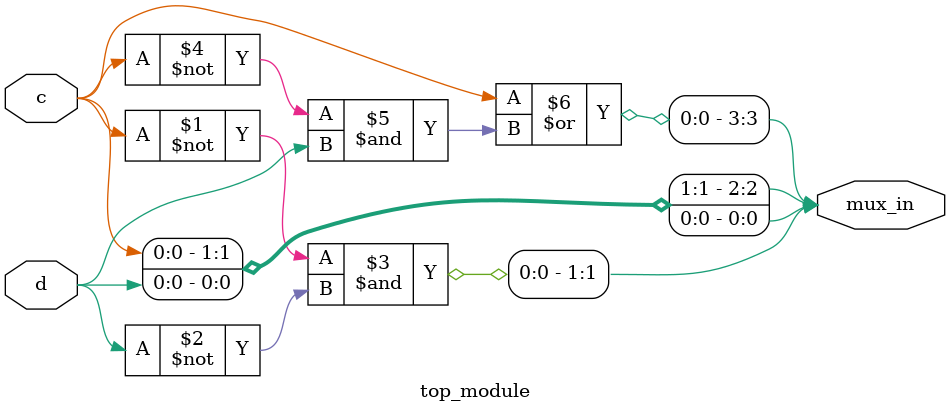
<source format=sv>
module top_module (
    input c,
    input d,
    output [3:0] mux_in
);

    assign mux_in[0] = d;
    assign mux_in[1] = ~c & ~d;
    assign mux_in[2] = c;
    assign mux_in[3] = c | (~c & d);

endmodule

</source>
